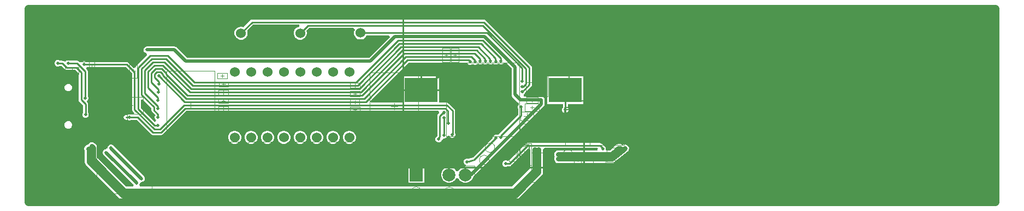
<source format=gbl>
G04*
G04 #@! TF.GenerationSoftware,Altium Limited,CircuitMaker,2.3.0 (2.3.0.3)*
G04*
G04 Layer_Physical_Order=2*
G04 Layer_Color=11436288*
%FSLAX24Y24*%
%MOIN*%
G70*
G04*
G04 #@! TF.SameCoordinates,BA9B3302-63F0-48E8-8009-FCAE1684F3EC*
G04*
G04*
G04 #@! TF.FilePolarity,Positive*
G04*
G01*
G75*
%ADD11C,0.0039*%
%ADD13C,0.0100*%
%ADD14C,0.0050*%
%ADD15C,0.0079*%
%ADD16C,0.0059*%
%ADD18C,0.0472*%
%ADD19C,0.0020*%
%ADD99C,0.0200*%
%ADD100C,0.0300*%
%ADD105C,0.0195*%
%ADD106R,0.0787X0.0787*%
%ADD107C,0.0787*%
%ADD108C,0.0600*%
%ADD109C,0.1417*%
G04:AMPARAMS|DCode=110|XSize=39.4mil|YSize=86.6mil|CornerRadius=19.7mil|HoleSize=0mil|Usage=FLASHONLY|Rotation=270.000|XOffset=0mil|YOffset=0mil|HoleType=Round|Shape=RoundedRectangle|*
%AMROUNDEDRECTD110*
21,1,0.0394,0.0472,0,0,270.0*
21,1,0.0000,0.0866,0,0,270.0*
1,1,0.0394,-0.0236,0.0000*
1,1,0.0394,-0.0236,0.0000*
1,1,0.0394,0.0236,0.0000*
1,1,0.0394,0.0236,0.0000*
%
%ADD110ROUNDEDRECTD110*%
G04:AMPARAMS|DCode=111|XSize=39.4mil|YSize=78.7mil|CornerRadius=19.7mil|HoleSize=0mil|Usage=FLASHONLY|Rotation=270.000|XOffset=0mil|YOffset=0mil|HoleType=Round|Shape=RoundedRectangle|*
%AMROUNDEDRECTD111*
21,1,0.0394,0.0394,0,0,270.0*
21,1,0.0000,0.0787,0,0,270.0*
1,1,0.0394,-0.0197,0.0000*
1,1,0.0394,-0.0197,0.0000*
1,1,0.0394,0.0197,0.0000*
1,1,0.0394,0.0197,0.0000*
%
%ADD111ROUNDEDRECTD111*%
%ADD112C,0.0700*%
%ADD113C,0.0236*%
%ADD114R,0.2000X0.1500*%
G36*
X59066Y5D02*
X16D01*
Y11825D01*
X59066D01*
Y5D01*
D02*
G37*
%LPC*%
G36*
X27823Y11158D02*
X13676D01*
X13617Y11146D01*
X13568Y11113D01*
X13161Y10707D01*
X13160Y10708D01*
X13058Y10735D01*
X12953D01*
X12851Y10708D01*
X12760Y10655D01*
X12686Y10581D01*
X12633Y10489D01*
X12606Y10388D01*
Y10282D01*
X12633Y10181D01*
X12686Y10089D01*
X12760Y10015D01*
X12851Y9962D01*
X12953Y9935D01*
X13058D01*
X13160Y9962D01*
X13251Y10015D01*
X13326Y10089D01*
X13378Y10181D01*
X13406Y10282D01*
Y10388D01*
X13378Y10489D01*
X13378Y10491D01*
X13739Y10852D01*
X16553D01*
X16561Y10851D01*
X16563Y10735D01*
X16552Y10732D01*
X16461Y10708D01*
X16370Y10655D01*
X16296Y10581D01*
X16243Y10489D01*
X16216Y10388D01*
Y10282D01*
X16243Y10181D01*
X16296Y10089D01*
X16370Y10015D01*
X16461Y9962D01*
X16563Y9935D01*
X16668D01*
X16770Y9962D01*
X16861Y10015D01*
X16936Y10089D01*
X16988Y10181D01*
X17016Y10282D01*
Y10388D01*
X16988Y10489D01*
X16988Y10491D01*
X17147Y10650D01*
X19874D01*
X19942Y10532D01*
X19923Y10499D01*
X19896Y10398D01*
Y10292D01*
X19923Y10191D01*
X19976Y10099D01*
X20050Y10025D01*
X20141Y9972D01*
X20243Y9945D01*
X20348D01*
X20450Y9972D01*
X20541Y10025D01*
X20616Y10099D01*
X20668Y10191D01*
X20669Y10192D01*
X22037D01*
X22082Y10083D01*
X21263Y9264D01*
X21248Y9258D01*
X21193Y9202D01*
X21187Y9188D01*
X20818Y8819D01*
X9720D01*
X9080Y9459D01*
X9014Y9503D01*
X8936Y9519D01*
X7256D01*
X7178Y9503D01*
X7112Y9459D01*
X7067Y9393D01*
X7052Y9315D01*
X7067Y9237D01*
X7112Y9171D01*
X7178Y9127D01*
X7219Y9118D01*
X7224Y9117D01*
X7232Y9106D01*
X7261Y9036D01*
X7263Y8993D01*
X6620Y8350D01*
X6587Y8300D01*
X6577Y8247D01*
X6532Y8218D01*
X6466Y8191D01*
X6124Y8533D01*
X6074Y8566D01*
X6016Y8578D01*
X3552D01*
X3538Y8592D01*
X3465Y8622D01*
X3386D01*
X3314Y8592D01*
X3300Y8579D01*
X3151Y8562D01*
X3110Y8602D01*
X3061Y8635D01*
X3002Y8647D01*
X2558D01*
X2557Y8648D01*
X2485Y8678D01*
X2406D01*
X2334Y8648D01*
X2278Y8592D01*
X2162Y8621D01*
X2138Y8637D01*
X2080Y8649D01*
X1936D01*
X1921Y8664D01*
X1849Y8694D01*
X1770D01*
X1698Y8664D01*
X1642Y8608D01*
X1612Y8535D01*
Y8457D01*
X1642Y8384D01*
X1698Y8329D01*
X1770Y8299D01*
X1849D01*
X1921Y8329D01*
X2043Y8317D01*
X2235Y8125D01*
X2284Y8092D01*
X2343Y8080D01*
X2824D01*
X2841Y8083D01*
X2883D01*
X3092Y7874D01*
Y6258D01*
X3104Y6199D01*
X3137Y6149D01*
X3357Y5930D01*
Y5478D01*
X3342Y5463D01*
X3312Y5391D01*
Y5312D01*
X3342Y5240D01*
X3398Y5184D01*
X3471Y5154D01*
X3549D01*
X3622Y5184D01*
X3677Y5240D01*
X3707Y5312D01*
Y5391D01*
X3677Y5463D01*
X3663Y5478D01*
Y5993D01*
X3651Y6051D01*
X3634Y6077D01*
X3604Y6193D01*
X3660Y6248D01*
X3690Y6321D01*
Y6399D01*
X3660Y6472D01*
X3646Y6486D01*
Y8003D01*
X3634Y8062D01*
X3601Y8112D01*
X3563Y8150D01*
X3562Y8161D01*
X3607Y8272D01*
X5952D01*
X6343Y7882D01*
Y5675D01*
X6354Y5616D01*
X6388Y5567D01*
X6497Y5457D01*
X6452Y5348D01*
X6321D01*
X6304Y5365D01*
X6232Y5395D01*
X6153D01*
X6081Y5365D01*
X6063Y5348D01*
X5986D01*
X5927Y5336D01*
X5878Y5303D01*
X5844Y5253D01*
X5833Y5195D01*
X5844Y5136D01*
X5878Y5087D01*
X5927Y5054D01*
X5986Y5042D01*
X6069D01*
X6081Y5030D01*
X6153Y5000D01*
X6232D01*
X6304Y5030D01*
X6316Y5042D01*
X6630D01*
X7522Y4149D01*
X7572Y4116D01*
X7630Y4105D01*
X8131D01*
X8190Y4116D01*
X8239Y4149D01*
X9669Y5579D01*
X25057D01*
X25106Y5461D01*
X25030Y5386D01*
X24997Y5336D01*
X24985Y5277D01*
Y4070D01*
X24959Y4044D01*
X24926Y3994D01*
X24923Y3982D01*
X24900Y3958D01*
X24869Y3886D01*
Y3807D01*
X24900Y3735D01*
X24955Y3679D01*
X25028Y3649D01*
X25106D01*
X25179Y3679D01*
X25234Y3735D01*
X25264Y3807D01*
X25350Y3892D01*
X25373Y3893D01*
X25430D01*
X25503Y3923D01*
X25558Y3979D01*
X25585Y4044D01*
X25612Y4053D01*
X25706Y4060D01*
X25709Y4054D01*
X25724Y4016D01*
X25780Y3961D01*
X25852Y3931D01*
X25931D01*
X26004Y3961D01*
X26059Y4016D01*
X26089Y4089D01*
Y4167D01*
X26067Y4221D01*
Y5580D01*
X26055Y5638D01*
X26022Y5688D01*
X25669Y6041D01*
X25620Y6074D01*
X25561Y6085D01*
X25097D01*
Y6810D01*
X23999D01*
X22901D01*
Y6085D01*
X20939D01*
X20894Y6194D01*
X23232Y8532D01*
X26798D01*
X26818Y8483D01*
X26874Y8428D01*
X26946Y8397D01*
X27025D01*
X27098Y8428D01*
X27146Y8476D01*
X27184Y8438D01*
X27256Y8407D01*
X27335D01*
X27408Y8438D01*
X27457Y8487D01*
X27495Y8449D01*
X27568Y8419D01*
X27646D01*
X27719Y8449D01*
X27763Y8493D01*
X27799Y8456D01*
X27872Y8426D01*
X27950D01*
X28023Y8456D01*
X28065Y8499D01*
X28119Y8446D01*
X28192Y8416D01*
X28270D01*
X28343Y8446D01*
X28386Y8489D01*
X28431Y8444D01*
X28504Y8414D01*
X28582D01*
X28655Y8444D01*
X28706Y8495D01*
X28752Y8449D01*
X28824Y8419D01*
X28903D01*
X28976Y8449D01*
X29027Y8500D01*
X29032Y8504D01*
X29168Y8526D01*
X29512Y8182D01*
Y6585D01*
X29527Y6507D01*
X29572Y6441D01*
X29902Y6111D01*
X29902Y6111D01*
X29935Y6088D01*
X29945Y6066D01*
X29955Y5982D01*
X29950Y5950D01*
X29927Y5926D01*
X29897Y5853D01*
Y5775D01*
X29927Y5702D01*
X29941Y5688D01*
Y5360D01*
X29686Y5105D01*
X29670Y5095D01*
X28751Y4175D01*
X28746Y4168D01*
X28704Y4124D01*
X28595Y4113D01*
X28593Y4114D01*
X28514D01*
X28442Y4084D01*
X28386Y4028D01*
X28356Y3955D01*
Y3935D01*
X27156Y2735D01*
X26876Y2651D01*
X26840Y2666D01*
X26761D01*
X26688Y2636D01*
X26633Y2580D01*
X26603Y2508D01*
Y2429D01*
X26633Y2357D01*
X26688Y2301D01*
X26716Y2290D01*
X26692Y2172D01*
X26640D01*
X26515Y2138D01*
X26402Y2073D01*
X26310Y1981D01*
X26270Y1911D01*
X26269Y1911D01*
X26141D01*
X26140Y1911D01*
X26100Y1981D01*
X26008Y2073D01*
X25896Y2138D01*
X25770Y2172D01*
X25640D01*
X25515Y2138D01*
X25402Y2073D01*
X25310Y1981D01*
X25245Y1869D01*
X25212Y1743D01*
Y1613D01*
X25245Y1487D01*
X25310Y1375D01*
X25402Y1283D01*
X25515Y1218D01*
X25640Y1184D01*
X25770D01*
X25896Y1218D01*
X26008Y1283D01*
X26100Y1375D01*
X26140Y1445D01*
X26141Y1445D01*
X26269D01*
X26270Y1445D01*
X26310Y1375D01*
X26402Y1283D01*
X26515Y1218D01*
X26640Y1184D01*
X26770D01*
X26896Y1218D01*
X27008Y1283D01*
X27100Y1375D01*
X27165Y1487D01*
X27187Y1567D01*
X31466Y5846D01*
X31466Y5846D01*
X31510Y5912D01*
X31526Y5990D01*
X31526Y5990D01*
Y6207D01*
X31537Y6233D01*
Y6312D01*
X31507Y6384D01*
X31451Y6440D01*
X31378Y6470D01*
X31300D01*
X31273Y6459D01*
X30265D01*
X30242Y6577D01*
X30261Y6585D01*
X30317Y6640D01*
X30340Y6697D01*
X30714Y7071D01*
X30748Y7121D01*
X30759Y7180D01*
Y8221D01*
X30748Y8280D01*
X30714Y8330D01*
X27931Y11113D01*
X27881Y11146D01*
X27823Y11158D01*
D02*
G37*
G36*
X25097Y7708D02*
X24048D01*
Y6908D01*
X25097D01*
Y7708D01*
D02*
G37*
G36*
X23950D02*
X22901D01*
Y6908D01*
X23950D01*
Y7708D01*
D02*
G37*
G36*
X2509Y7237D02*
X2418D01*
X2335Y7203D01*
X2270Y7139D01*
X2236Y7055D01*
Y6964D01*
X2270Y6880D01*
X2335Y6816D01*
X2418Y6781D01*
X2509D01*
X2593Y6816D01*
X2657Y6880D01*
X2692Y6964D01*
Y7055D01*
X2657Y7139D01*
X2593Y7203D01*
X2509Y7237D01*
D02*
G37*
G36*
X33899Y7709D02*
X31699D01*
Y6009D01*
X32646D01*
Y5790D01*
X32616Y5760D01*
X32586Y5688D01*
Y5609D01*
X32616Y5537D01*
X32672Y5481D01*
X32744Y5451D01*
X32823D01*
X32895Y5481D01*
X32951Y5537D01*
X32981Y5609D01*
Y5688D01*
X32952Y5758D01*
Y6009D01*
X33899D01*
Y7709D01*
D02*
G37*
G36*
X2509Y4954D02*
X2418D01*
X2335Y4919D01*
X2270Y4855D01*
X2236Y4771D01*
Y4681D01*
X2270Y4597D01*
X2335Y4533D01*
X2418Y4498D01*
X2509D01*
X2593Y4533D01*
X2657Y4597D01*
X2692Y4681D01*
Y4771D01*
X2657Y4855D01*
X2593Y4919D01*
X2509Y4954D01*
D02*
G37*
G36*
X19668Y4365D02*
X19563D01*
X19461Y4338D01*
X19370Y4285D01*
X19296Y4211D01*
X19243Y4119D01*
X19216Y4018D01*
Y3912D01*
X19243Y3811D01*
X19296Y3719D01*
X19370Y3645D01*
X19461Y3592D01*
X19563Y3565D01*
X19668D01*
X19770Y3592D01*
X19861Y3645D01*
X19936Y3719D01*
X19988Y3811D01*
X20016Y3912D01*
Y4018D01*
X19988Y4119D01*
X19936Y4211D01*
X19861Y4285D01*
X19770Y4338D01*
X19668Y4365D01*
D02*
G37*
G36*
X18668D02*
X18563D01*
X18461Y4338D01*
X18370Y4285D01*
X18296Y4211D01*
X18243Y4119D01*
X18216Y4018D01*
Y3912D01*
X18243Y3811D01*
X18296Y3719D01*
X18370Y3645D01*
X18461Y3592D01*
X18563Y3565D01*
X18668D01*
X18770Y3592D01*
X18861Y3645D01*
X18936Y3719D01*
X18988Y3811D01*
X19016Y3912D01*
Y4018D01*
X18988Y4119D01*
X18936Y4211D01*
X18861Y4285D01*
X18770Y4338D01*
X18668Y4365D01*
D02*
G37*
G36*
X17668D02*
X17563D01*
X17461Y4338D01*
X17370Y4285D01*
X17296Y4211D01*
X17243Y4119D01*
X17216Y4018D01*
Y3912D01*
X17243Y3811D01*
X17296Y3719D01*
X17370Y3645D01*
X17461Y3592D01*
X17563Y3565D01*
X17668D01*
X17770Y3592D01*
X17861Y3645D01*
X17936Y3719D01*
X17988Y3811D01*
X18016Y3912D01*
Y4018D01*
X17988Y4119D01*
X17936Y4211D01*
X17861Y4285D01*
X17770Y4338D01*
X17668Y4365D01*
D02*
G37*
G36*
X16668D02*
X16563D01*
X16461Y4338D01*
X16370Y4285D01*
X16296Y4211D01*
X16243Y4119D01*
X16216Y4018D01*
Y3912D01*
X16243Y3811D01*
X16296Y3719D01*
X16370Y3645D01*
X16461Y3592D01*
X16563Y3565D01*
X16668D01*
X16770Y3592D01*
X16861Y3645D01*
X16936Y3719D01*
X16988Y3811D01*
X17016Y3912D01*
Y4018D01*
X16988Y4119D01*
X16936Y4211D01*
X16861Y4285D01*
X16770Y4338D01*
X16668Y4365D01*
D02*
G37*
G36*
X15668D02*
X15563D01*
X15461Y4338D01*
X15370Y4285D01*
X15296Y4211D01*
X15243Y4119D01*
X15216Y4018D01*
Y3912D01*
X15243Y3811D01*
X15296Y3719D01*
X15370Y3645D01*
X15461Y3592D01*
X15563Y3565D01*
X15668D01*
X15770Y3592D01*
X15861Y3645D01*
X15936Y3719D01*
X15988Y3811D01*
X16016Y3912D01*
Y4018D01*
X15988Y4119D01*
X15936Y4211D01*
X15861Y4285D01*
X15770Y4338D01*
X15668Y4365D01*
D02*
G37*
G36*
X14668D02*
X14563D01*
X14461Y4338D01*
X14370Y4285D01*
X14296Y4211D01*
X14243Y4119D01*
X14216Y4018D01*
Y3912D01*
X14243Y3811D01*
X14296Y3719D01*
X14370Y3645D01*
X14461Y3592D01*
X14563Y3565D01*
X14668D01*
X14770Y3592D01*
X14861Y3645D01*
X14936Y3719D01*
X14988Y3811D01*
X15016Y3912D01*
Y4018D01*
X14988Y4119D01*
X14936Y4211D01*
X14861Y4285D01*
X14770Y4338D01*
X14668Y4365D01*
D02*
G37*
G36*
X13668D02*
X13563D01*
X13461Y4338D01*
X13370Y4285D01*
X13296Y4211D01*
X13243Y4119D01*
X13216Y4018D01*
Y3912D01*
X13243Y3811D01*
X13296Y3719D01*
X13370Y3645D01*
X13461Y3592D01*
X13563Y3565D01*
X13668D01*
X13770Y3592D01*
X13861Y3645D01*
X13936Y3719D01*
X13988Y3811D01*
X14016Y3912D01*
Y4018D01*
X13988Y4119D01*
X13936Y4211D01*
X13861Y4285D01*
X13770Y4338D01*
X13668Y4365D01*
D02*
G37*
G36*
X12668D02*
X12563D01*
X12461Y4338D01*
X12370Y4285D01*
X12296Y4211D01*
X12243Y4119D01*
X12216Y4018D01*
Y3912D01*
X12243Y3811D01*
X12296Y3719D01*
X12370Y3645D01*
X12461Y3592D01*
X12563Y3565D01*
X12668D01*
X12770Y3592D01*
X12861Y3645D01*
X12936Y3719D01*
X12988Y3811D01*
X13016Y3912D01*
Y4018D01*
X12988Y4119D01*
X12936Y4211D01*
X12861Y4285D01*
X12770Y4338D01*
X12668Y4365D01*
D02*
G37*
G36*
X3892Y3674D02*
X3794Y3655D01*
X3711Y3600D01*
X3656Y3517D01*
X3655Y3513D01*
X3598Y3501D01*
X3516Y3446D01*
X3460Y3363D01*
X3441Y3266D01*
X3460Y3168D01*
X3466Y3160D01*
Y2468D01*
X3486Y2370D01*
X3541Y2288D01*
X5598Y230D01*
X5681Y175D01*
X5779Y156D01*
X29761D01*
X29859Y175D01*
X29941Y230D01*
X31353Y1642D01*
X31409Y1725D01*
X31428Y1823D01*
Y3213D01*
X31529Y3312D01*
X34768D01*
X34796Y3288D01*
X34757Y3183D01*
X34742Y3170D01*
X32375D01*
X32277Y3150D01*
X32195Y3095D01*
X32139Y3012D01*
X32120Y2915D01*
X32139Y2817D01*
X32164Y2781D01*
X32138Y2742D01*
X32118Y2645D01*
X32138Y2547D01*
X32193Y2465D01*
X32275Y2409D01*
X32373Y2390D01*
X35646D01*
X35682Y2397D01*
X35718Y2400D01*
X35730Y2407D01*
X35743Y2409D01*
X35774Y2430D01*
X35806Y2447D01*
X36437Y2957D01*
X36439Y2959D01*
X36439Y2959D01*
X36439Y2959D01*
X36593Y3083D01*
X36657Y3160D01*
X36687Y3255D01*
X36678Y3354D01*
X36631Y3442D01*
X36555Y3505D01*
X36460Y3535D01*
X36361Y3526D01*
X36304Y3496D01*
X36255Y3529D01*
X36157Y3549D01*
X36020D01*
X35923Y3529D01*
X35840Y3474D01*
X35536Y3170D01*
X35310D01*
X35273Y3226D01*
Y3304D01*
X35243Y3377D01*
X35188Y3432D01*
X35148Y3449D01*
X35024Y3573D01*
X34975Y3606D01*
X34916Y3618D01*
X30492D01*
X30433Y3606D01*
X30384Y3573D01*
X29374Y2563D01*
X29264Y2522D01*
X29192Y2552D01*
X29113D01*
X29041Y2522D01*
X28985Y2466D01*
X28955Y2393D01*
Y2315D01*
X28985Y2242D01*
X29041Y2187D01*
X29113Y2157D01*
X29192D01*
X29264Y2187D01*
X29278Y2200D01*
X29343Y2199D01*
X29344Y2200D01*
X29344Y2199D01*
X29380D01*
X29438Y2211D01*
X29488Y2244D01*
X30502Y3259D01*
X30568Y3256D01*
X30674Y3215D01*
Y2080D01*
X29542Y948D01*
X6866D01*
X6835Y992D01*
X6805Y1066D01*
X6827Y1119D01*
Y1146D01*
X6841Y1169D01*
X6926Y1235D01*
X6942Y1242D01*
X6965Y1246D01*
X6971D01*
X6978Y1249D01*
X7010Y1256D01*
X7038Y1274D01*
X7044Y1277D01*
X7049Y1281D01*
X7076Y1300D01*
X7095Y1327D01*
X7099Y1332D01*
X7102Y1338D01*
X7120Y1366D01*
X7127Y1398D01*
X7130Y1405D01*
Y1411D01*
X7136Y1444D01*
X7130Y1476D01*
Y1483D01*
X7127Y1489D01*
X7120Y1522D01*
X7102Y1550D01*
X7099Y1556D01*
X7095Y1560D01*
X7076Y1588D01*
X5242Y3422D01*
X5234Y3442D01*
X5178Y3497D01*
X5106Y3527D01*
X5027D01*
X4955Y3497D01*
X4899Y3442D01*
X4869Y3369D01*
Y3342D01*
X4853Y3314D01*
X4840Y3296D01*
X4775Y3255D01*
X4755Y3246D01*
X4732Y3242D01*
X4725D01*
X4719Y3239D01*
X4686Y3233D01*
X4659Y3214D01*
X4653Y3212D01*
X4648Y3207D01*
X4620Y3189D01*
X4602Y3161D01*
X4597Y3156D01*
X4595Y3150D01*
X4576Y3123D01*
X4570Y3090D01*
X4567Y3084D01*
Y3077D01*
X4561Y3044D01*
X4567Y3012D01*
Y3005D01*
X4570Y2999D01*
X4576Y2966D01*
X4595Y2939D01*
X4597Y2933D01*
X4602Y2928D01*
X4620Y2900D01*
X6454Y1066D01*
X6455Y1066D01*
X6425Y992D01*
X6394Y948D01*
X6003D01*
X4231Y2720D01*
Y3335D01*
X4211Y3433D01*
X4156Y3516D01*
X4072Y3600D01*
X3989Y3655D01*
X3892Y3674D01*
D02*
G37*
G36*
X24199Y2172D02*
X23212D01*
Y1184D01*
X24199D01*
Y2172D01*
D02*
G37*
%LPD*%
G36*
X7535Y5749D02*
Y5622D01*
X7547Y5564D01*
X7580Y5514D01*
X7778Y5316D01*
X7768Y5307D01*
X7738Y5234D01*
Y5156D01*
X7768Y5083D01*
X7809Y5042D01*
X7807Y4963D01*
X7795Y4916D01*
X7740Y4896D01*
X6881Y5755D01*
Y6249D01*
X6990Y6294D01*
X7535Y5749D01*
D02*
G37*
D11*
X4197Y3888D02*
X7544D01*
Y542D02*
Y3888D01*
X4197Y542D02*
X7544D01*
X4197D02*
Y3888D01*
X26015Y640D02*
G03*
X26015Y640I-295J0D01*
G01*
X33251Y2925D02*
G03*
X33251Y2925I-295J0D01*
G01*
X5818Y9449D02*
G03*
X5818Y9449I-295J0D01*
G01*
X6859Y9444D02*
G03*
X6859Y9444I-295J0D01*
G01*
X4780Y9454D02*
G03*
X4780Y9454I-295J0D01*
G01*
X28144Y2582D02*
G03*
X28144Y2582I-295J0D01*
G01*
X28494Y3332D02*
G03*
X28494Y3332I-295J0D01*
G01*
X32941Y1465D02*
G03*
X32941Y1465I-295J0D01*
G01*
X23988Y649D02*
G03*
X23988Y649I-295J0D01*
G01*
X4542Y7346D02*
Y7563D01*
X4434Y7455D02*
X4651D01*
X35147Y4818D02*
X35541D01*
X35344Y4621D02*
Y5015D01*
X19835Y6135D02*
X20051D01*
X19943Y6027D02*
Y6243D01*
X5983Y5913D02*
X6377D01*
X6180Y5717D02*
Y6110D01*
X14134Y3066D02*
X14528D01*
X14331Y2869D02*
Y3263D01*
X23154Y1127D02*
X27249D01*
Y2229D01*
X23154D02*
X27249D01*
X23154Y1127D02*
Y2229D01*
X27562Y6272D02*
X27956D01*
X27759Y6075D02*
Y6469D01*
X1573Y7947D02*
Y8163D01*
X1465Y8055D02*
X1681D01*
X2676Y7947D02*
Y8163D01*
X2567Y8055D02*
X2784D01*
X19965Y5027D02*
Y5243D01*
X19857Y5135D02*
X20074D01*
X20426Y4012D02*
Y4228D01*
X20317Y4120D02*
X20534D01*
X18047Y2987D02*
X18264D01*
X18155Y2879D02*
Y3095D01*
X15908Y3001D02*
X16125D01*
X16017Y2893D02*
Y3109D01*
X13173Y2978D02*
X13390D01*
X13281Y2870D02*
Y3087D01*
X11029Y2946D02*
X11246D01*
X11138Y2838D02*
Y3054D01*
X19218Y2866D02*
Y3260D01*
X19021Y3063D02*
X19414D01*
X17093Y2863D02*
Y3257D01*
X16897Y3060D02*
X17290D01*
X12228Y2865D02*
Y3259D01*
X12032Y3062D02*
X12425D01*
X11904Y5137D02*
Y5353D01*
X11796Y5245D02*
X12012D01*
X11909Y4612D02*
Y4829D01*
X11801Y4720D02*
X12017D01*
X22351Y5661D02*
Y6055D01*
X22154Y5858D02*
X22548D01*
X20874Y7925D02*
X23827D01*
X20874Y3791D02*
X23827D01*
X20874D02*
Y7925D01*
X23827Y3791D02*
Y7925D01*
X9922Y5775D02*
Y6169D01*
X9725Y5972D02*
X10119D01*
X8445Y3905D02*
X11398D01*
X8445Y8039D02*
X11398D01*
Y3905D02*
Y8039D01*
X8445Y3905D02*
Y8039D01*
X29492Y2925D02*
X29709D01*
X29600Y2816D02*
Y3033D01*
X30300Y2738D02*
Y3131D01*
X30104Y2935D02*
X30497D01*
X31876Y2037D02*
Y2253D01*
X31767Y2145D02*
X31984D01*
X30979Y2125D02*
X31373D01*
X31176Y1928D02*
Y2322D01*
X33278Y1975D02*
X33514D01*
X33396Y1857D02*
Y2093D01*
X36983Y2452D02*
Y2688D01*
X36865Y2570D02*
X37101D01*
X33546Y2487D02*
Y2703D01*
X33437Y2595D02*
X33654D01*
X34007Y2845D02*
X34224D01*
X34116Y2737D02*
Y2953D01*
X34870Y1754D02*
Y2148D01*
X34673Y1951D02*
X35067D01*
X35576Y2786D02*
Y3002D01*
X35467Y2894D02*
X35684D01*
X33189Y4745D02*
X33583D01*
X33386Y4548D02*
Y4942D01*
X33536Y10418D02*
Y10812D01*
X33339Y10615D02*
X33733D01*
X37001Y5712D02*
Y5948D01*
X36883Y5830D02*
X37119D01*
X36956Y8617D02*
Y8853D01*
X36838Y8735D02*
X37074D01*
X42871Y8652D02*
Y8888D01*
X42753Y8770D02*
X42989D01*
X42849Y2426D02*
Y2662D01*
X42731Y2544D02*
X42967D01*
X42735Y5675D02*
X42972D01*
X42853Y5557D02*
Y5793D01*
X48690Y5642D02*
Y5878D01*
X48572Y5760D02*
X48809D01*
X48728Y8837D02*
Y9073D01*
X48610Y8955D02*
X48846D01*
X48606Y2457D02*
Y2693D01*
X48488Y2575D02*
X48724D01*
X54878Y2685D02*
X55114D01*
X54996Y2567D02*
Y2803D01*
X54835Y5815D02*
X55072D01*
X54953Y5697D02*
Y5933D01*
X54893Y8847D02*
Y9083D01*
X54775Y8965D02*
X55012D01*
X33791Y9923D02*
X34007D01*
X33899Y9815D02*
Y10032D01*
X34509Y7905D02*
X34903D01*
X34706Y7708D02*
Y8102D01*
X26066Y8877D02*
Y9093D01*
X25957Y8985D02*
X26174D01*
X11823Y6713D02*
X12040D01*
X11932Y6605D02*
Y6822D01*
X11832Y7213D02*
X12049D01*
X11940Y7105D02*
Y7322D01*
X11810Y5715D02*
X12026D01*
X11918Y5607D02*
Y5823D01*
X11812Y6203D02*
X12029D01*
X11921Y6094D02*
Y6311D01*
X11748Y7734D02*
X11964D01*
X11856Y7625D02*
Y7842D01*
X30259Y5252D02*
X30653D01*
X30456Y5055D02*
Y5448D01*
X19847Y6625D02*
X20063D01*
X19955Y6517D02*
Y6733D01*
X19845Y5665D02*
X20062D01*
X19953Y5557D02*
Y5773D01*
X5570Y5175D02*
X5806D01*
X5688Y5057D02*
Y5293D01*
X3886Y8930D02*
Y9146D01*
X3777Y9038D02*
X3994D01*
X30769Y6144D02*
Y6361D01*
X30661Y6252D02*
X30877D01*
X3778Y8265D02*
X3994D01*
X3886Y8157D02*
Y8373D01*
X19859Y7149D02*
X20076D01*
X19968Y7040D02*
Y7257D01*
X30531Y6902D02*
X30747D01*
X30639Y6794D02*
Y7011D01*
X6326Y8027D02*
X6542D01*
X6434Y7918D02*
Y8135D01*
X3396Y8927D02*
Y9143D01*
X3287Y9035D02*
X3504D01*
X31319Y6941D02*
Y7335D01*
X31122Y7138D02*
X31516D01*
X19877Y4750D02*
X20094D01*
X19985Y4642D02*
Y4858D01*
X25417Y8986D02*
X25634D01*
X25526Y8878D02*
Y9094D01*
X30768Y5694D02*
Y5911D01*
X30660Y5802D02*
X30876D01*
X5100Y4228D02*
Y4622D01*
X4904Y4425D02*
X5297D01*
D13*
X7715Y4705D02*
X7936D01*
X6728Y5692D02*
X7715Y4705D01*
X6728Y5692D02*
Y8242D01*
X7688Y5622D02*
X7936Y5375D01*
Y5195D02*
Y5375D01*
X7688Y5622D02*
Y5813D01*
X6928Y6573D02*
X7688Y5813D01*
X6928Y6573D02*
Y8159D01*
X7936Y5725D02*
Y5857D01*
X7128Y6664D02*
X7936Y5857D01*
X7128Y6664D02*
Y8076D01*
X29380Y2352D02*
X30492Y3465D01*
X29344Y2352D02*
X29380D01*
X29153Y2354D02*
X29344Y2352D01*
X30492Y3465D02*
X34916D01*
X5067Y3309D02*
Y3330D01*
X6630Y1158D02*
Y1179D01*
X32799Y5649D02*
Y6859D01*
X25561Y5932D02*
X25914Y5580D01*
Y4150D02*
Y5580D01*
X25892Y4128D02*
X25914Y4150D01*
X5986Y5195D02*
X6693D01*
X25478Y5732D02*
X25633Y5577D01*
Y4869D02*
X25666Y4836D01*
X25633Y4869D02*
Y5577D01*
X25067Y3846D02*
Y3936D01*
X25138Y4007D01*
Y5277D01*
X25283Y5422D02*
X25376D01*
X25138Y5277D02*
X25283Y5422D01*
X25386Y4091D02*
Y5175D01*
X3493Y6360D02*
Y8003D01*
X3002Y8494D02*
X3493Y8003D01*
X2445Y8494D02*
X3002D01*
X6496Y5675D02*
X7713Y4457D01*
X6496Y5675D02*
Y7945D01*
X7713Y4457D02*
X8048D01*
X26800Y2468D02*
X27237Y2599D01*
X28554Y3916D01*
X30162Y6735D02*
X30606Y7180D01*
X30149Y6735D02*
X30162D01*
X27823Y11005D02*
X30606Y8221D01*
Y7180D02*
Y8221D01*
X13676Y11005D02*
X27823D01*
X30397Y7235D02*
Y8156D01*
X27749Y10803D02*
X30397Y8156D01*
X17084Y10803D02*
X27749D01*
X16616Y10335D02*
X17084Y10803D01*
X28010Y10345D02*
X30149Y8206D01*
X20296Y10345D02*
X28010D01*
X30234Y7072D02*
X30397Y7235D01*
X30149Y7385D02*
Y8206D01*
Y7072D02*
X30234D01*
X13006Y10335D02*
X13676Y11005D01*
X23168Y8685D02*
X26896D01*
X20623Y6139D02*
X23168Y8685D01*
X9561Y6139D02*
X20623D01*
X23056Y8885D02*
X27073D01*
X20511Y6339D02*
X23056Y8885D01*
X9644Y6339D02*
X20511D01*
X22947Y9085D02*
X27272D01*
X20402Y6539D02*
X22947Y9085D01*
X9727Y6539D02*
X20402D01*
X22866Y9285D02*
X27379D01*
X20320Y6739D02*
X22866Y9285D01*
X9877Y6739D02*
X20320D01*
X22773Y9485D02*
X27497D01*
X20228Y6939D02*
X22773Y9485D01*
X9960Y6939D02*
X20228D01*
X22668Y9685D02*
X27645D01*
X20123Y7139D02*
X22668Y9685D01*
X10071Y7139D02*
X20123D01*
X22583Y9885D02*
X27747D01*
X20037Y7339D02*
X22583Y9885D01*
X10154Y7339D02*
X20037D01*
X34916Y3465D02*
X35076Y3305D01*
X1810Y8496D02*
X2080D01*
X2343Y8233D01*
X2824D01*
X2827Y8236D01*
X2946D01*
X3245Y7937D01*
Y6258D02*
Y7937D01*
Y6258D02*
X3510Y5993D01*
Y5351D02*
Y5993D01*
X28859Y3959D02*
Y4067D01*
X29778Y4986D01*
X29783D02*
X30094Y5297D01*
X29778Y4986D02*
X29783D01*
X30094Y5297D02*
Y5814D01*
X27607Y8616D02*
Y8750D01*
X27272Y9085D02*
X27607Y8750D01*
X27886Y8778D02*
X27911Y8624D01*
X27379Y9285D02*
X27886Y8778D01*
X28206Y8776D02*
X28231Y8613D01*
X27497Y9485D02*
X28206Y8776D01*
X28526Y8804D02*
X28543Y8611D01*
X27645Y9685D02*
X28526Y8804D01*
X28847Y8626D02*
Y8785D01*
X27747Y9885D02*
X28847Y8785D01*
X27286Y8635D02*
Y8672D01*
X27073Y8885D02*
X27286Y8672D01*
X9606Y5732D02*
X25478D01*
X9523Y5932D02*
X25561D01*
X31322Y6255D02*
X31339Y6272D01*
X25376Y5422D02*
Y5485D01*
X6693Y5195D02*
X7630Y4257D01*
X8131D01*
X9606Y5732D01*
X8048Y4457D02*
X9523Y5932D01*
X7976Y7725D02*
X9561Y6139D01*
X8223Y7760D02*
X9644Y6339D01*
X8423Y7843D02*
X9727Y6539D01*
X8239Y8377D02*
X9877Y6739D01*
X8322Y8577D02*
X9960Y6939D01*
X8433Y8777D02*
X10071Y7139D01*
X8516Y8977D02*
X10154Y7339D01*
X3426Y8425D02*
X6016D01*
X6496Y7945D01*
X6928Y8159D02*
X7547Y8777D01*
X6728Y8242D02*
X7464Y8977D01*
X8516D01*
X8223Y7760D02*
Y7827D01*
X8156Y8177D02*
X8423Y7910D01*
Y7843D02*
Y7910D01*
X8078Y7972D02*
X8223Y7827D01*
X7796Y8177D02*
X8156D01*
X7713Y8377D02*
X8239D01*
X7630Y8577D02*
X8322D01*
X7528Y7322D02*
X7956Y6895D01*
Y6725D02*
Y6895D01*
X7328Y7002D02*
X7936Y6395D01*
X7528Y7322D02*
Y7910D01*
X7328Y7002D02*
Y7993D01*
X7547Y8777D02*
X8433D01*
X7128Y8076D02*
X7630Y8577D01*
X7328Y7993D02*
X7713Y8377D01*
X7528Y7910D02*
X7796Y8177D01*
X7728Y7622D02*
Y7827D01*
X7873Y7972D02*
X8078D01*
X7728Y7827D02*
X7873Y7972D01*
X7936Y6215D02*
Y6395D01*
X7728Y7622D02*
X7976Y7375D01*
Y7225D02*
Y7375D01*
X26896Y8685D02*
X26986Y8595D01*
X22887Y11584D02*
X33911D01*
Y2135D02*
Y11584D01*
X22887Y2135D02*
X33911D01*
X22887D02*
Y11584D01*
D14*
X33033Y6192D02*
X36379D01*
X33033Y9618D02*
X36379D01*
X33033Y6192D02*
Y9618D01*
X36379Y6192D02*
Y9618D01*
D15*
X32772Y3695D02*
X34000D01*
Y5795D01*
X32772D02*
X34000D01*
X32772Y3695D02*
Y5795D01*
D16*
X30576Y2385D02*
Y3485D01*
X30025Y2385D02*
X30576D01*
X30025D02*
Y3485D01*
X30576D01*
X31044Y6588D02*
Y7688D01*
X31595D01*
Y6588D02*
Y7688D01*
X31044Y6588D02*
X31595D01*
X32811Y3839D02*
X33961D01*
Y5650D01*
X32811D02*
X33961D01*
X32811Y3839D02*
Y5650D01*
D18*
X16Y5D02*
Y11825D01*
X59066D01*
Y5D02*
Y11825D01*
X16Y5D02*
X59066D01*
D19*
X4306Y7022D02*
X4779D01*
X4306Y7888D02*
X4779D01*
X4306Y7022D02*
Y7888D01*
X4779Y7022D02*
Y7888D01*
X36388Y3480D02*
Y6157D01*
X34301Y3480D02*
Y6157D01*
X36388D01*
X34301Y3480D02*
X36388D01*
X19648Y5977D02*
Y6292D01*
X20238Y5977D02*
Y6292D01*
X19648D02*
X20238D01*
X19648Y5977D02*
X20238D01*
X5334Y5402D02*
Y6425D01*
X7027Y5402D02*
Y6425D01*
X5334D02*
X7027D01*
X5334Y5402D02*
X7027D01*
X13465Y2436D02*
Y3696D01*
X15197Y2436D02*
Y3696D01*
X13465D02*
X15197D01*
X13465Y2436D02*
X15197D01*
X30003Y4028D02*
Y8516D01*
X25515Y4028D02*
Y8516D01*
Y4028D02*
X30003D01*
X25515Y8516D02*
X30003D01*
X1160Y7838D02*
X1987D01*
X1160Y8271D02*
X1987D01*
Y7838D02*
Y8271D01*
X1160Y7838D02*
Y8271D01*
X2262Y8271D02*
X3089D01*
X2262Y7838D02*
X3089D01*
X2262D02*
Y8271D01*
X3089Y7838D02*
Y8271D01*
X19623Y4958D02*
X20307D01*
X19623Y5312D02*
X20307D01*
Y4958D02*
Y5312D01*
X19623Y4958D02*
Y5312D01*
X20084Y3943D02*
X20768D01*
X20084Y4297D02*
X20768D01*
Y3943D02*
Y4297D01*
X20084Y3943D02*
Y4297D01*
X18333Y2645D02*
Y3329D01*
X17978Y2645D02*
Y3329D01*
X18333D01*
X17978Y2645D02*
X18333D01*
X16194Y2659D02*
Y3343D01*
X15840Y2659D02*
Y3343D01*
X16194D01*
X15840Y2659D02*
X16194D01*
X13459Y2637D02*
Y3320D01*
X13104Y2637D02*
Y3320D01*
X13459D01*
X13104Y2637D02*
X13459D01*
X11315Y2604D02*
Y3288D01*
X10961Y2604D02*
Y3288D01*
X11315D01*
X10961Y2604D02*
X11315D01*
X18351Y2433D02*
X20084D01*
X18351Y3693D02*
X20084D01*
Y2433D02*
Y3693D01*
X18351Y2433D02*
Y3693D01*
X16227Y2430D02*
X17960D01*
X16227Y3690D02*
X17960D01*
Y2430D02*
Y3690D01*
X16227Y2430D02*
Y3690D01*
X11362Y2432D02*
X13094D01*
X11362Y3692D02*
X13094D01*
Y2432D02*
Y3692D01*
X11362Y2432D02*
Y3692D01*
X11562Y5422D02*
X12246D01*
X11562Y5068D02*
X12246D01*
X11562D02*
Y5422D01*
X12246Y5068D02*
Y5422D01*
X11567Y4897D02*
X12251D01*
X11567Y4543D02*
X12251D01*
X11567D02*
Y4897D01*
X12251Y4543D02*
Y4897D01*
X31201Y4113D02*
X31595D01*
X31398Y3916D02*
Y4310D01*
X32776Y3444D02*
Y4782D01*
X30020D02*
X32776D01*
X30020Y3444D02*
Y4782D01*
Y3444D02*
X32776D01*
X29364Y2492D02*
Y3358D01*
X29837Y2492D02*
Y3358D01*
X29364Y2492D02*
X29837D01*
X29364Y3358D02*
X29837D01*
X29887Y3604D02*
X30714D01*
X29887Y2265D02*
X30714D01*
Y3604D01*
X29887Y2265D02*
Y3604D01*
X31640Y2578D02*
X32112D01*
X31640Y1712D02*
X32112D01*
Y2578D01*
X31640Y1712D02*
Y2578D01*
X30723Y1219D02*
Y3030D01*
X31628Y1219D02*
Y3030D01*
X30723Y1219D02*
X31628D01*
X30723Y3030D02*
X31628D01*
X33750Y1798D02*
Y2152D01*
X33041Y1798D02*
Y2152D01*
Y1798D02*
X33750D01*
X33041Y2152D02*
X33750D01*
X36688Y2412D02*
X37279D01*
X36688Y2727D02*
X37279D01*
Y2412D02*
Y2727D01*
X36688Y2412D02*
Y2727D01*
X33329Y2182D02*
X33762D01*
X33329Y3008D02*
X33762D01*
X33329Y2182D02*
Y3008D01*
X33762Y2182D02*
Y3008D01*
X33820Y2687D02*
Y3002D01*
X34411Y2687D02*
Y3002D01*
X33820D02*
X34411D01*
X33820Y2687D02*
X34411D01*
X34496Y1203D02*
X35244D01*
X34496Y2699D02*
X35244D01*
X34496Y1203D02*
Y2699D01*
X35244Y1203D02*
Y2699D01*
X35340Y2461D02*
X35812D01*
X35340Y3327D02*
X35812D01*
X35340Y2461D02*
Y3327D01*
X35812Y2461D02*
Y3327D01*
X32630Y11068D02*
X34441D01*
X32630Y10162D02*
X34441D01*
X32630D02*
Y11068D01*
X34441Y10162D02*
Y11068D01*
X36706Y5672D02*
X37296D01*
X36706Y5987D02*
X37296D01*
Y5672D02*
Y5987D01*
X36706Y5672D02*
Y5987D01*
X36660Y8577D02*
X37251D01*
X36660Y8892D02*
X37251D01*
Y8577D02*
Y8892D01*
X36660Y8577D02*
Y8892D01*
X42576Y8612D02*
X43166D01*
X42576Y8927D02*
X43166D01*
Y8612D02*
Y8927D01*
X42576Y8612D02*
Y8927D01*
X42553Y2387D02*
X43144D01*
X42553Y2702D02*
X43144D01*
Y2387D02*
Y2702D01*
X42553Y2387D02*
Y2702D01*
X42558Y5517D02*
Y5832D01*
X43149Y5517D02*
Y5832D01*
X42558D02*
X43149D01*
X42558Y5517D02*
X43149D01*
X48395Y5602D02*
X48986D01*
X48395Y5917D02*
X48986D01*
Y5602D02*
Y5917D01*
X48395Y5602D02*
Y5917D01*
X48433Y8797D02*
X49023D01*
X48433Y9112D02*
X49023D01*
Y8797D02*
Y9112D01*
X48433Y8797D02*
Y9112D01*
X48310Y2417D02*
X48901D01*
X48310Y2732D02*
X48901D01*
Y2417D02*
Y2732D01*
X48310Y2417D02*
Y2732D01*
X54700Y2527D02*
Y2842D01*
X55291Y2527D02*
Y2842D01*
X54700D02*
X55291D01*
X54700Y2527D02*
X55291D01*
X54658Y5657D02*
Y5972D01*
X55249Y5657D02*
Y5972D01*
X54658D02*
X55249D01*
X54658Y5657D02*
X55249D01*
X54598Y8807D02*
X55189D01*
X54598Y9122D02*
X55189D01*
Y8807D02*
Y9122D01*
X54598Y8807D02*
Y9122D01*
X34332Y9687D02*
Y10160D01*
X33466Y9687D02*
Y10160D01*
Y9687D02*
X34332D01*
X33466Y10160D02*
X34332D01*
X25830Y9418D02*
X26302D01*
X25830Y8552D02*
X26302D01*
Y9418D01*
X25830Y8552D02*
Y9418D01*
X12227Y6556D02*
Y6871D01*
X11636Y6556D02*
Y6871D01*
Y6556D02*
X12227D01*
X11636Y6871D02*
X12227D01*
X12236Y7056D02*
Y7371D01*
X11645Y7056D02*
Y7371D01*
Y7056D02*
X12236D01*
X11645Y7371D02*
X12236D01*
X12213Y5557D02*
Y5872D01*
X11623Y5557D02*
Y5872D01*
Y5557D02*
X12213D01*
X11623Y5872D02*
X12213D01*
X12216Y6045D02*
Y6360D01*
X11625Y6045D02*
Y6360D01*
Y6045D02*
X12216D01*
X11625Y6360D02*
X12216D01*
X12151Y7576D02*
Y7891D01*
X11561Y7576D02*
Y7891D01*
Y7576D02*
X12151D01*
X11561Y7891D02*
X12151D01*
X30860Y4986D02*
Y5517D01*
X30052Y4986D02*
Y5517D01*
Y4986D02*
X30860D01*
X30052Y5517D02*
X30860D01*
X19660Y6467D02*
Y6782D01*
X20250Y6467D02*
Y6782D01*
X19660D02*
X20250D01*
X19660Y6467D02*
X20250D01*
X19658Y5507D02*
Y5822D01*
X20249Y5507D02*
Y5822D01*
X19658D02*
X20249D01*
X19658Y5507D02*
X20249D01*
X6042Y4998D02*
Y5352D01*
X5333Y4998D02*
Y5352D01*
Y4998D02*
X6042D01*
X5333Y5352D02*
X6042D01*
X3669Y8625D02*
X4102D01*
X3669Y9451D02*
X4102D01*
X3669Y8625D02*
Y9451D01*
X4102Y8625D02*
Y9451D01*
X30427Y6429D02*
X31111D01*
X30427Y6075D02*
X31111D01*
X30427D02*
Y6429D01*
X31111Y6075D02*
Y6429D01*
X3709Y7923D02*
Y8607D01*
X4063Y7923D02*
Y8607D01*
X3709Y7923D02*
X4063D01*
X3709Y8607D02*
X4063D01*
X19672Y6991D02*
Y7306D01*
X20263Y6991D02*
Y7306D01*
X19672D02*
X20263D01*
X19672Y6991D02*
X20263D01*
X30875Y6469D02*
Y7335D01*
X30403Y6469D02*
Y7335D01*
X30875D01*
X30403Y6469D02*
X30875D01*
X6670Y7594D02*
Y8460D01*
X6198Y7594D02*
Y8460D01*
X6670D01*
X6198Y7594D02*
X6670D01*
X3160Y8602D02*
X3632D01*
X3160Y9468D02*
X3632D01*
X3160Y8602D02*
Y9468D01*
X3632Y8602D02*
Y9468D01*
X30906Y6469D02*
X31733D01*
X30906Y7807D02*
X31733D01*
X30906Y6469D02*
Y7807D01*
X31733Y6469D02*
Y7807D01*
X19690Y4593D02*
Y4907D01*
X20281Y4593D02*
Y4907D01*
X19690D02*
X20281D01*
X19690Y4593D02*
X20281D01*
X25762Y8553D02*
Y9419D01*
X25290Y8553D02*
Y9419D01*
X25762D01*
X25290Y8553D02*
X25762D01*
X30335Y5566D02*
X31201D01*
X30335Y6039D02*
X31201D01*
Y5566D02*
Y6039D01*
X30335Y5566D02*
Y6039D01*
X4156Y3952D02*
X6045D01*
X4156Y4897D02*
X6045D01*
Y3952D02*
Y4897D01*
X4156Y3952D02*
Y4897D01*
X1902Y5868D02*
X2099D01*
X2001Y5769D02*
Y5966D01*
D99*
X7256Y9315D02*
X8936D01*
X20902Y8615D02*
X22406Y10119D01*
X5067Y3309D02*
X6932Y1444D01*
X4764Y3044D02*
X6630Y1179D01*
X29716Y6585D02*
Y8267D01*
X27863Y10119D02*
X29716Y8267D01*
X22406Y10119D02*
X27863D01*
X26705Y1678D02*
X27009D01*
X29716Y6585D02*
X30046Y6255D01*
X9636Y8615D02*
X20902D01*
X27009Y1678D02*
X31322Y5990D01*
Y6255D01*
X8936Y9315D02*
X9636Y8615D01*
X30046Y6255D02*
X31322D01*
D100*
X36020Y3294D02*
X36157D01*
X32375Y2915D02*
X35641D01*
X35646Y2645D02*
X36276Y3155D01*
X30929Y1974D02*
Y3215D01*
X32373Y2645D02*
X35646D01*
X3696Y3266D02*
X3721Y3241D01*
X29648Y693D02*
X30929Y1974D01*
X5898Y693D02*
X29648D01*
X3976Y2615D02*
X5898Y693D01*
X29761Y410D02*
X31173Y1823D01*
X5779Y410D02*
X29761D01*
X3721Y2468D02*
X5779Y410D01*
X3892Y3419D02*
X3976Y3335D01*
Y2615D02*
Y3335D01*
X3721Y2468D02*
Y3241D01*
X35641Y2915D02*
X36020Y3294D01*
X36276Y3155D02*
X36279Y3157D01*
X36433Y3282D01*
X31173Y1823D02*
Y3213D01*
D105*
X3892Y3419D02*
D03*
X3696Y3266D02*
D03*
X6630Y1158D02*
D03*
X6932Y1444D02*
D03*
X5067Y3330D02*
D03*
X4764Y3044D02*
D03*
X32783Y5649D02*
D03*
X25892Y4128D02*
D03*
X36153Y3308D02*
D03*
X3493Y6360D02*
D03*
X2445Y8480D02*
D03*
X35076Y3265D02*
D03*
X25067Y3846D02*
D03*
X25391Y4091D02*
D03*
X26800Y2468D02*
D03*
X32375Y2904D02*
D03*
X32373Y2660D02*
D03*
X29153Y2354D02*
D03*
X1810Y8496D02*
D03*
X3510Y5351D02*
D03*
X28859Y3959D02*
D03*
X21360Y9091D02*
D03*
X6192Y5198D02*
D03*
X30094Y5814D02*
D03*
X27607Y8616D02*
D03*
X28543Y8611D02*
D03*
X28864Y8616D02*
D03*
X27911Y8624D02*
D03*
X28231Y8613D02*
D03*
X27296Y8605D02*
D03*
X26986Y8595D02*
D03*
X7976Y7725D02*
D03*
X7956Y6725D02*
D03*
X7976Y7225D02*
D03*
X7936Y5725D02*
D03*
Y6215D02*
D03*
Y4705D02*
D03*
Y5195D02*
D03*
X25376Y5485D02*
D03*
X25386Y5175D02*
D03*
X25666Y4836D02*
D03*
X30929Y3215D02*
D03*
X31173Y3213D02*
D03*
X36433Y3282D02*
D03*
X7263Y9314D02*
D03*
X31339Y6272D02*
D03*
X3426Y8425D02*
D03*
X30149Y6752D02*
D03*
Y7072D02*
D03*
Y7382D02*
D03*
X28554Y3916D02*
D03*
D106*
X23705Y1678D02*
D03*
D107*
X24705D02*
D03*
X25705D02*
D03*
X26705D02*
D03*
D108*
X12616Y3965D02*
D03*
X13616D02*
D03*
X14616D02*
D03*
X15616D02*
D03*
X16616D02*
D03*
X17616D02*
D03*
X18616D02*
D03*
X19616D02*
D03*
Y7965D02*
D03*
X18616D02*
D03*
X17616D02*
D03*
X16616D02*
D03*
X12616D02*
D03*
X13616D02*
D03*
X14616D02*
D03*
X15616D02*
D03*
X11246Y10335D02*
D03*
X13006D02*
D03*
X14856D02*
D03*
X16616D02*
D03*
X18536Y10345D02*
D03*
X20296D02*
D03*
D109*
X52449Y7622D02*
D03*
X40892Y3187D02*
D03*
X57866Y1186D02*
D03*
Y10635D02*
D03*
X1960Y1186D02*
D03*
Y10635D02*
D03*
D110*
X1086Y4165D02*
D03*
Y7570D02*
D03*
D111*
X2661D02*
D03*
Y4165D02*
D03*
D112*
X10746Y9385D02*
D03*
X13506D02*
D03*
X14356D02*
D03*
X17116D02*
D03*
X18036Y9395D02*
D03*
X20796D02*
D03*
D113*
X7153Y5894D02*
D03*
X7387Y5534D02*
D03*
X34864Y5774D02*
D03*
X31973Y8160D02*
D03*
X6200Y7373D02*
D03*
X5026Y7359D02*
D03*
X7929Y1330D02*
D03*
X8333Y1327D02*
D03*
X8731D02*
D03*
X9144Y1330D02*
D03*
X9535Y1336D02*
D03*
X9983Y1348D02*
D03*
X4993Y6329D02*
D03*
X5286Y3820D02*
D03*
X8313Y3567D02*
D03*
X8941Y3569D02*
D03*
X9591Y3555D02*
D03*
X26430Y7941D02*
D03*
X26432Y8382D02*
D03*
X33390Y4592D02*
D03*
X33782Y4603D02*
D03*
X40126Y2195D02*
D03*
X38663Y804D02*
D03*
X37963D02*
D03*
X34145Y4696D02*
D03*
X34130Y5244D02*
D03*
X34149Y5758D02*
D03*
X20493Y1326D02*
D03*
X20897Y1323D02*
D03*
X21296D02*
D03*
X21709Y1326D02*
D03*
X22099Y1332D02*
D03*
X18452Y1313D02*
D03*
X18856Y1310D02*
D03*
X19255D02*
D03*
X19667Y1313D02*
D03*
X20058Y1319D02*
D03*
X16394Y1331D02*
D03*
X16798Y1328D02*
D03*
X17196D02*
D03*
X17609Y1331D02*
D03*
X18000Y1337D02*
D03*
X14308Y1335D02*
D03*
X14712Y1331D02*
D03*
X15111D02*
D03*
X15524Y1335D02*
D03*
X15914Y1341D02*
D03*
X13860Y1323D02*
D03*
X13469Y1317D02*
D03*
X13057Y1314D02*
D03*
X12658D02*
D03*
X12254Y1317D02*
D03*
X2885Y8763D02*
D03*
X2897Y9715D02*
D03*
X34514Y11292D02*
D03*
X33881Y11326D02*
D03*
X35852Y11254D02*
D03*
X35194Y11274D02*
D03*
X36292Y2032D02*
D03*
X36283Y2620D02*
D03*
X40144Y6233D02*
D03*
Y7533D02*
D03*
Y6873D02*
D03*
X41454Y8323D02*
D03*
Y6983D02*
D03*
Y7683D02*
D03*
X51868Y2269D02*
D03*
X51878Y4329D02*
D03*
X51868Y3569D02*
D03*
Y2909D02*
D03*
X53178Y4359D02*
D03*
Y3019D02*
D03*
Y3719D02*
D03*
X53168Y2299D02*
D03*
X53083Y11237D02*
D03*
X47553Y11247D02*
D03*
X41303Y11237D02*
D03*
X36463Y11257D02*
D03*
X50273Y11237D02*
D03*
X51693Y11227D02*
D03*
X46133D02*
D03*
X39843Y11247D02*
D03*
X40603Y11237D02*
D03*
X29156Y4785D02*
D03*
X32292Y9915D02*
D03*
X32295Y11345D02*
D03*
X31758Y5577D02*
D03*
X32186Y5229D02*
D03*
X31818Y4857D02*
D03*
X31385Y4105D02*
D03*
X33002Y4602D02*
D03*
X34157Y4099D02*
D03*
X8291Y3991D02*
D03*
X24996Y7674D02*
D03*
X24568Y8156D02*
D03*
X23918Y8171D02*
D03*
X23289Y8169D02*
D03*
X30903Y7813D02*
D03*
X3882Y9723D02*
D03*
X2897Y9203D02*
D03*
X3411Y9723D02*
D03*
X5580Y7370D02*
D03*
X32377Y1969D02*
D03*
X31917Y1466D02*
D03*
X30293Y2193D02*
D03*
X29602Y2196D02*
D03*
X29613Y1464D02*
D03*
X35920Y780D02*
D03*
X35292Y775D02*
D03*
X34750Y793D02*
D03*
X34131Y1920D02*
D03*
X33032Y11368D02*
D03*
X33045Y9907D02*
D03*
X32274Y10611D02*
D03*
X31337Y8150D02*
D03*
X31058Y5266D02*
D03*
X30945Y4899D02*
D03*
X27805Y7204D02*
D03*
X6707Y2574D02*
D03*
X6142Y6437D02*
D03*
X4361Y6324D02*
D03*
X30594Y4747D02*
D03*
X41551Y6281D02*
D03*
X41528Y4298D02*
D03*
X40129Y4322D02*
D03*
Y4968D02*
D03*
X34113Y1354D02*
D03*
X34120Y828D02*
D03*
X37332Y4250D02*
D03*
X37314Y3180D02*
D03*
X37320Y3710D02*
D03*
X37338Y4830D02*
D03*
X37344Y5375D02*
D03*
X37372Y6418D02*
D03*
X37380Y7016D02*
D03*
Y7673D02*
D03*
X37369Y8285D02*
D03*
X27076Y7205D02*
D03*
X28496Y7195D02*
D03*
X27036Y5385D02*
D03*
X27757D02*
D03*
X28463Y5397D02*
D03*
X53166Y5795D02*
D03*
Y5095D02*
D03*
X53176Y8555D02*
D03*
X53166Y6435D02*
D03*
X52540Y9902D02*
D03*
X53166Y9245D02*
D03*
X51856Y8455D02*
D03*
X51866Y9875D02*
D03*
Y9175D02*
D03*
X51856Y4985D02*
D03*
Y5645D02*
D03*
X51866Y6405D02*
D03*
X41520Y4970D02*
D03*
X41522Y5607D02*
D03*
X41446Y9175D02*
D03*
X40136Y8385D02*
D03*
X40146Y9805D02*
D03*
Y9105D02*
D03*
X41456Y2225D02*
D03*
X40136Y5575D02*
D03*
X46036Y2335D02*
D03*
Y2995D02*
D03*
X46046Y4415D02*
D03*
Y3715D02*
D03*
X46056Y6475D02*
D03*
Y7175D02*
D03*
X46046Y5715D02*
D03*
Y5055D02*
D03*
X47366Y3065D02*
D03*
Y2365D02*
D03*
X46056Y9245D02*
D03*
Y9945D02*
D03*
X46046Y8525D02*
D03*
Y7865D02*
D03*
X47356Y9315D02*
D03*
X46699Y9946D02*
D03*
X47356Y6505D02*
D03*
Y7165D02*
D03*
X47366Y8625D02*
D03*
Y7925D02*
D03*
X47356Y5165D02*
D03*
Y5865D02*
D03*
X47346Y4445D02*
D03*
Y3785D02*
D03*
X36583Y814D02*
D03*
X37243D02*
D03*
X40723Y794D02*
D03*
X41423D02*
D03*
X39963Y804D02*
D03*
X39303D02*
D03*
X44833Y794D02*
D03*
X45493D02*
D03*
X46953Y784D02*
D03*
X46253D02*
D03*
X43493Y794D02*
D03*
X44193D02*
D03*
X42773Y804D02*
D03*
X42113D02*
D03*
X53203Y794D02*
D03*
X53863D02*
D03*
X55283Y784D02*
D03*
X54583D02*
D03*
X56583D02*
D03*
X55923D02*
D03*
X50393Y794D02*
D03*
X51053D02*
D03*
X52513Y784D02*
D03*
X51813D02*
D03*
X49053Y794D02*
D03*
X49753D02*
D03*
X48333Y804D02*
D03*
X47673D02*
D03*
X48213Y11247D02*
D03*
X49633Y11237D02*
D03*
X48933D02*
D03*
X52393Y11227D02*
D03*
X50933Y11237D02*
D03*
X55803Y11227D02*
D03*
X56463D02*
D03*
X54463D02*
D03*
X55163D02*
D03*
X53743Y11237D02*
D03*
X41993Y11247D02*
D03*
X42653D02*
D03*
X44073Y11237D02*
D03*
X43373D02*
D03*
X46833Y11227D02*
D03*
X45373Y11237D02*
D03*
X44713D02*
D03*
X39183Y11247D02*
D03*
X37843D02*
D03*
X38543D02*
D03*
X37123Y11257D02*
D03*
D114*
X23999Y6859D02*
D03*
X32799D02*
D03*
M02*

</source>
